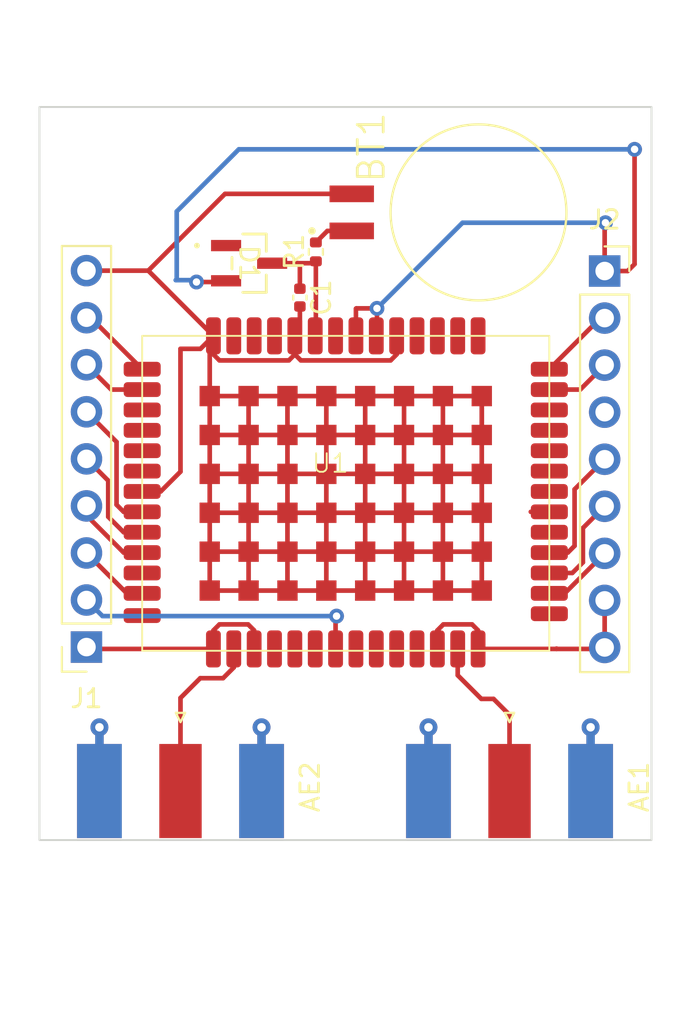
<source format=kicad_pcb>
(kicad_pcb (version 20221018) (generator pcbnew)
  (layers (0 "F.Cu" signal) (31 "B.Cu" signal) (34 "B.Paste" user) (35 "F.Paste" user) (36 "B.SilkS" user "B.Silkscreen") (37 "F.SilkS" user "F.Silkscreen") (38 "B.Mask" user) (39 "F.Mask" user) (44 "Edge.Cuts" user))
  (net 0 "")
  (net 1 "Net-(AE1-A)")
  (net 2 "Net-(AE2-A)")
  (net 3 "Net-(BT1-+)")
  (net 4 "Net-(D1-K)")
  (net 5 "GND")
  (net 6 "+3.3V")
  (net 7 "Net-(J1-Pin_2)")
  (net 8 "Net-(J1-Pin_3)")
  (net 9 "Net-(J1-Pin_4)")
  (net 10 "Net-(J1-Pin_5)")
  (net 11 "Net-(J1-Pin_6)")
  (net 12 "Net-(J1-Pin_7)")
  (net 13 "Net-(J1-Pin_8)")
  (net 14 "Net-(J2-Pin_2)")
  (net 15 "Net-(J2-Pin_3)")
  (net 16 "Net-(J2-Pin_4)")
  (net 17 "Net-(J2-Pin_5)")
  (net 18 "Net-(J2-Pin_6)")
  (net 19 "Net-(J2-Pin_7)")
  (footprint "Gps:SMA_Molex_73251-1153_EdgeMount_Horizontal" (layer "F.Cu") (at 121.92 111.05 90)
    (fp_text reference "AE2" (at -1.5 7 90) (layer "F.SilkS"))
    (fp_text value "Antenna")
    (fp_line (start 2 0) (end 2.5 -0.25) (stroke (width 0.12)) (layer "F.SilkS"))
    (fp_line (start 2.5 -0.25) (end 2.5 0.25) (stroke (width 0.12)) (layer "F.SilkS"))
    (fp_line (start 2.5 0.25) (end 2 0) (stroke (width 0.12)) (layer "F.SilkS"))
    (pad "1" smd rect (at -1.72 0 90) (size 5.08 2.29) (layers "F.Cu" "F.Paste" "F.Mask") (net 2 "Net-(AE2-A)"))
    (pad "2" smd rect (at -1.72 -4.38 90) (size 5.08 2.42) (layers "F.Cu" "F.Paste" "F.Mask"))
    (pad "2" smd rect (at -1.72 -4.38 90) (size 5.08 2.42) (layers "B.Cu" "B.Paste" "B.Mask"))
    (pad "2" smd rect (at -1.72 4.38 90) (size 5.08 2.42) (layers "F.Cu" "F.Paste" "F.Mask"))
    (pad "2" smd rect (at -1.72 4.38 90) (size 5.08 2.42) (layers "B.Cu" "B.Paste" "B.Mask"))
    (pad "2" smd rect (at 1.27 -4.38 90) (size 0.95 0.46) (layers "F.Cu"))
    (pad "2" smd rect (at 1.27 -4.38 90) (size 0.95 0.46) (layers "B.Cu"))
    (pad "2" smd rect (at 1.27 4.38 90) (size 0.95 0.46) (layers "F.Cu"))
    (pad "2" smd rect (at 1.27 4.38 90) (size 0.95 0.46) (layers "B.Cu"))
    (pad "2" thru_hole circle (at 1.72 -4.38 90) (size 0.97 0.97) (drill 0.46) (layers "*.Cu"))
    (pad "2" thru_hole circle (at 1.72 4.38 90) (size 0.97 0.97) (drill 0.46) (layers "*.Cu"))
  )
  (footprint "Gps:PX1172RH" (layer "F.Cu") (at 119.85 90)
    (fp_text reference "U1" (at 10.16 5.08 unlocked) (layer "F.SilkS") (effects (font (thickness 0.1))))
    (fp_text value "~")
    (fp_rect (start 0 -1.8) (end 22 15.2) (stroke (width 0.1)) (fill none) (layer "F.SilkS"))
    (pad "1" smd roundrect (at 3.85 15.1 90) (size 2 0.8) (layers "F.Cu" "F.Paste" "F.Mask") (net 5 "GND"))
    (pad "1$" smd rect (at 3.65 1.45) (size 1.1 1.1) (layers "F.Cu" "F.Paste" "F.Mask") (net 5 "GND"))
    (pad "2" smd roundrect (at 4.95 15.1 90) (size 2 0.8) (layers "F.Cu" "F.Paste" "F.Mask") (net 2 "Net-(AE2-A)"))
    (pad "2$" smd rect (at 5.75 1.45) (size 1.1 1.1) (layers "F.Cu" "F.Paste" "F.Mask"))
    (pad "3" smd roundrect (at 6.05 15.1 90) (size 2 0.8) (layers "F.Cu" "F.Paste" "F.Mask") (net 5 "GND"))
    (pad "3$" smd rect (at 7.85 1.45) (size 1.1 1.1) (layers "F.Cu" "F.Paste" "F.Mask"))
    (pad "4" smd roundrect (at 7.15 15.1 90) (size 2 0.8) (layers "F.Cu" "F.Paste" "F.Mask"))
    (pad "4$" smd rect (at 9.95 1.45) (size 1.1 1.1) (layers "F.Cu" "F.Paste" "F.Mask"))
    (pad "5" smd roundrect (at 8.25 15.1 90) (size 2 0.8) (layers "F.Cu" "F.Paste" "F.Mask"))
    (pad "5$" smd rect (at 12.05 1.45) (size 1.1 1.1) (layers "F.Cu" "F.Paste" "F.Mask"))
    (pad "6" smd roundrect (at 9.35 15.1 90) (size 2 0.8) (layers "F.Cu" "F.Paste" "F.Mask"))
    (pad "6$" smd rect (at 14.15 1.45) (size 1.1 1.1) (layers "F.Cu" "F.Paste" "F.Mask"))
    (pad "7" smd roundrect (at 10.45 15.1 90) (size 2 0.8) (layers "F.Cu" "F.Paste" "F.Mask") (net 7 "Net-(J1-Pin_2)"))
    (pad "7$" smd rect (at 16.25 1.45) (size 1.1 1.1) (layers "F.Cu" "F.Paste" "F.Mask"))
    (pad "8" smd roundrect (at 11.55 15.1 90) (size 2 0.8) (layers "F.Cu" "F.Paste" "F.Mask"))
    (pad "8$" smd rect (at 18.35 1.45) (size 1.1 1.1) (layers "F.Cu" "F.Paste" "F.Mask"))
    (pad "9" smd roundrect (at 12.65 15.1 90) (size 2 0.8) (layers "F.Cu" "F.Paste" "F.Mask"))
    (pad "9$" smd rect (at 3.65 3.55) (size 1.1 1.1) (layers "F.Cu" "F.Paste" "F.Mask"))
    (pad "10" smd roundrect (at 13.75 15.1 90) (size 2 0.8) (layers "F.Cu" "F.Paste" "F.Mask"))
    (pad "10$" smd rect (at 5.75 3.55) (size 1.1 1.1) (layers "F.Cu" "F.Paste" "F.Mask"))
    (pad "11" smd roundrect (at 14.85 15.1 90) (size 2 0.8) (layers "F.Cu" "F.Paste" "F.Mask"))
    (pad "11$" smd rect (at 7.85 3.55) (size 1.1 1.1) (layers "F.Cu" "F.Paste" "F.Mask"))
    (pad "12" smd roundrect (at 15.95 15.1 90) (size 2 0.8) (layers "F.Cu" "F.Paste" "F.Mask") (net 5 "GND"))
    (pad "12$" smd rect (at 9.95 3.55) (size 1.1 1.1) (layers "F.Cu" "F.Paste" "F.Mask"))
    (pad "13" smd roundrect (at 17.05 15.1 90) (size 2 0.8) (layers "F.Cu" "F.Paste" "F.Mask") (net 1 "Net-(AE1-A)"))
    (pad "13$" smd rect (at 12.05 3.55) (size 1.1 1.1) (layers "F.Cu" "F.Paste" "F.Mask"))
    (pad "14" smd roundrect (at 18.15 15.1 90) (size 2 0.8) (layers "F.Cu" "F.Paste" "F.Mask") (net 5 "GND"))
    (pad "14$" smd rect (at 14.15 3.55) (size 1.1 1.1) (layers "F.Cu" "F.Paste" "F.Mask"))
    (pad "15" smd roundrect (at 22 13.2) (size 2 0.8) (layers "F.Cu" "F.Paste" "F.Mask"))
    (pad "15$" smd rect (at 16.25 3.55) (size 1.1 1.1) (layers "F.Cu" "F.Paste" "F.Mask"))
    (pad "16" smd roundrect (at 22 12.1) (size 2 0.8) (layers "F.Cu" "F.Paste" "F.Mask") (net 19 "Net-(J2-Pin_7)"))
    (pad "16$" smd rect (at 18.35 3.55) (size 1.1 1.1) (layers "F.Cu" "F.Paste" "F.Mask"))
    (pad "17" smd roundrect (at 22 11) (size 2 0.8) (layers "F.Cu" "F.Paste" "F.Mask") (net 18 "Net-(J2-Pin_6)"))
    (pad "17$" smd rect (at 3.65 5.65) (size 1.1 1.1) (layers "F.Cu" "F.Paste" "F.Mask"))
    (pad "18" smd roundrect (at 22 9.9) (size 2 0.8) (layers "F.Cu" "F.Paste" "F.Mask") (net 17 "Net-(J2-Pin_5)"))
    (pad "18$" smd rect (at 5.75 5.65) (size 1.1 1.1) (layers "F.Cu" "F.Paste" "F.Mask"))
    (pad "19" smd roundrect (at 22 8.8) (size 2 0.8) (layers "F.Cu" "F.Paste" "F.Mask"))
    (pad "19$" smd rect (at 7.85 5.65) (size 1.1 1.1) (layers "F.Cu" "F.Paste" "F.Mask"))
    (pad "20" smd roundrect (at 22 7.7) (size 2 0.8) (layers "F.Cu" "F.Paste" "F.Mask") (net 16 "Net-(J2-Pin_4)"))
    (pad "20$" smd rect (at 9.95 5.65) (size 1.1 1.1) (layers "F.Cu" "F.Paste" "F.Mask"))
    (pad "21" smd roundrect (at 22 6.6) (size 2 0.8) (layers "F.Cu" "F.Paste" "F.Mask"))
    (pad "21$" smd rect (at 12.05 5.65) (size 1.1 1.1) (layers "F.Cu" "F.Paste" "F.Mask"))
    (pad "22" smd roundrect (at 22 5.5) (size 2 0.8) (layers "F.Cu" "F.Paste" "F.Mask"))
    (pad "22$" smd rect (at 14.15 5.65) (size 1.1 1.1) (layers "F.Cu" "F.Paste" "F.Mask"))
    (pad "23" smd roundrect (at 22 4.4) (size 2 0.8) (layers "F.Cu" "F.Paste" "F.Mask"))
    (pad "23$" smd rect (at 16.25 5.65) (size 1.1 1.1) (layers "F.Cu" "F.Paste" "F.Mask"))
    (pad "24" smd roundrect (at 22 3.3) (size 2 0.8) (layers "F.Cu" "F.Paste" "F.Mask"))
    (pad "24$" smd rect (at 18.35 5.65) (size 1.1 1.1) (layers "F.Cu" "F.Paste" "F.Mask"))
    (pad "25" smd roundrect (at 22 2.2) (size 2 0.8) (layers "F.Cu" "F.Mask"))
    (pad "25$" smd rect (at 3.65 7.75) (size 1.1 1.1) (layers "F.Cu" "F.Paste" "F.Mask"))
    (pad "26" smd roundrect (at 22 1.1) (size 2 0.8) (layers "F.Cu" "F.Paste" "F.Mask") (net 15 "Net-(J2-Pin_3)"))
    (pad "26$" smd rect (at 5.75 7.75) (size 1.1 1.1) (layers "F.Cu" "F.Paste" "F.Mask"))
    (pad "27" smd roundrect (at 22 0) (size 2 0.8) (layers "F.Cu" "F.Paste" "F.Mask") (net 14 "Net-(J2-Pin_2)"))
    (pad "27$" smd rect (at 7.85 7.75) (size 1.1 1.1) (layers "F.Cu" "F.Paste" "F.Mask"))
    (pad "28$" smd rect (at 9.95 7.75) (size 1.1 1.1) (layers "F.Cu" "F.Paste" "F.Mask"))
    (pad "29" smd roundrect (at 17.05 -1.8 90) (size 2 0.8) (layers "F.Cu" "F.Paste" "F.Mask"))
    (pad "29" smd roundrect (at 18.15 -1.8 90) (size 2 0.8) (layers "F.Cu" "F.Paste" "F.Mask"))
    (pad "29$" smd rect (at 12.05 7.75) (size 1.1 1.1) (layers "F.Cu" "F.Paste" "F.Mask"))
    (pad "30" smd roundrect (at 15.95 -1.8 90) (size 2 0.8) (layers "F.Cu" "F.Paste" "F.Mask"))
    (pad "30$" smd rect (at 14.15 7.75) (size 1.1 1.1) (layers "F.Cu" "F.Paste" "F.Mask"))
    (pad "31" smd roundrect (at 14.85 -1.8 90) (size 2 0.8) (layers "F.Cu" "F.Paste" "F.Mask"))
    (pad "31$" smd rect (at 16.25 7.75) (size 1.1 1.1) (layers "F.Cu" "F.Paste" "F.Mask"))
    (pad "32" smd roundrect (at 13.75 -1.8 90) (size 2 0.8) (layers "F.Cu" "F.Paste" "F.Mask") (net 5 "GND"))
    (pad "32$" smd rect (at 18.35 7.75) (size 1.1 1.1) (layers "F.Cu" "F.Paste" "F.Mask"))
    (pad "33" smd roundrect (at 12.65 -1.8 90) (size 2 0.8) (layers "F.Cu" "F.Paste" "F.Mask") (net 6 "+3.3V"))
    (pad "33$" smd rect (at 3.65 9.85) (size 1.1 1.1) (layers "F.Cu" "F.Paste" "F.Mask"))
    (pad "34" smd roundrect (at 11.55 -1.8 90) (size 2 0.8) (layers "F.Cu" "F.Paste" "F.Mask") (net 6 "+3.3V"))
    (pad "34$" smd rect (at 5.75 9.85) (size 1.1 1.1) (layers "F.Cu" "F.Paste" "F.Mask"))
    (pad "35" smd roundrect (at 10.45 -1.8 90) (size 2 0.8) (layers "F.Cu" "F.Paste" "F.Mask"))
    (pad "35$" smd rect (at 7.85 9.85) (size 1.1 1.1) (layers "F.Cu" "F.Paste" "F.Mask"))
    (pad "36" smd roundrect (at 9.35 -1.8 90) (size 2 0.8) (layers "F.Cu" "F.Paste" "F.Mask") (net 4 "Net-(D1-K)"))
    (pad "36$" smd rect (at 9.95 9.85) (size 1.1 1.1) (layers "F.Cu" "F.Paste" "F.Mask"))
    (pad "37" smd roundrect (at 8.25 -1.8 90) (size 2 0.8) (layers "F.Cu" "F.Paste" "F.Mask") (net 5 "GND"))
    (pad "37$" smd rect (at 12.05 9.85) (size 1.1 1.1) (layers "F.Cu" "F.Paste" "F.Mask"))
    (pad "38" smd roundrect (at 7.15 -1.8 90) (size 2 0.8) (layers "F.Cu" "F.Paste" "F.Mask"))
    (pad "38$" smd rect (at 14.15 9.85) (size 1.1 1.1) (layers "F.Cu" "F.Paste" "F.Mask"))
    (pad "39" smd roundrect (at 6.05 -1.8 90) (size 2 0.8) (layers "F.Cu" "F.Paste" "F.Mask"))
    (pad "39$" smd rect (at 16.25 9.85) (size 1.1 1.1) (layers "F.Cu" "F.Paste" "F.Mask"))
    (pad "40" smd roundrect (at 4.95 -1.8 90) (size 2 0.8) (layers "F.Cu" "F.Paste" "F.Mask"))
    (pad "40$" smd rect (at 18.35 9.85) (size 1.1 1.1) (layers "F.Cu" "F.Paste" "F.Mask"))
    (pad "41" smd roundrect (at 3.85 -1.8 90) (size 2 0.8) (layers "F.Cu" "F.Paste" "F.Mask") (net 5 "GND"))
    (pad "41$" smd rect (at 3.65 11.95) (size 1.1 1.1) (layers "F.Cu" "F.Paste" "F.Mask"))
    (pad "42" smd roundrect (at 0 0) (size 2 0.8) (layers "F.Cu" "F.Paste" "F.Mask") (net 13 "Net-(J1-Pin_8)"))
    (pad "42$" smd rect (at 5.75 11.95) (size 1.1 1.1) (layers "F.Cu" "F.Paste" "F.Mask"))
    (pad "43" smd roundrect (at 0 1.1) (size 2 0.8) (layers "F.Cu" "F.Paste" "F.Mask") (net 12 "Net-(J1-Pin_7)"))
    (pad "43$" smd rect (at 7.85 11.95) (size 1.1 1.1) (layers "F.Cu" "F.Paste" "F.Mask"))
    (pad "44" smd roundrect (at 0 2.2) (size 2 0.8) (layers "F.Cu" "F.Paste" "F.Mask"))
    (pad "44$" smd rect (at 9.95 11.95) (size 1.1 1.1) (layers "F.Cu" "F.Paste" "F.Mask"))
    (pad "45" smd roundrect (at 0 3.3) (size 2 0.8) (layers "F.Cu" "F.Paste" "F.Mask"))
    (pad "45$" smd rect (at 12.05 11.95) (size 1.1 1.1) (layers "F.Cu" "F.Paste" "F.Mask"))
    (pad "46" smd roundrect (at 0 4.4) (size 2 0.8) (layers "F.Cu" "F.Paste" "F.Mask"))
    (pad "46$" smd rect (at 14.15 11.95) (size 1.1 1.1) (layers "F.Cu" "F.Paste" "F.Mask"))
    (pad "47" smd roundrect (at 0 5.5) (size 2 0.8) (layers "F.Cu" "F.Paste" "F.Mask"))
    (pad "47$" smd rect (at 16.25 11.95) (size 1.1 1.1) (layers "F.Cu" "F.Paste" "F.Mask"))
    (pad "48" smd roundrect (at 0 6.6) (size 2 0.8) (layers "F.Cu" "F.Paste" "F.Mask") (net 5 "GND"))
    (pad "48$" smd rect (at 18.35 11.95) (size 1.1 1.1) (layers "F.Cu" "F.Paste" "F.Mask"))
    (pad "49" smd roundrect (at 0 7.7) (size 2 0.8) (layers "F.Cu" "F.Paste" "F.Mask") (net 11 "Net-(J1-Pin_6)"))
    (pad "50" smd roundrect (at 0 8.8) (size 2 0.8) (layers "F.Cu" "F.Paste" "F.Mask") (net 10 "Net-(J1-Pin_5)"))
    (pad "51" smd roundrect (at 0 9.9) (size 2 0.8) (layers "F.Cu" "F.Paste" "F.Mask") (net 9 "Net-(J1-Pin_4)"))
    (pad "52" smd roundrect (at 0 11) (size 2 0.8) (layers "F.Cu" "F.Paste" "F.Mask"))
    (pad "53" smd roundrect (at 0 12.1) (size 2 0.8) (layers "F.Cu" "F.Paste" "F.Mask") (net 8 "Net-(J1-Pin_3)"))
    (pad "54" smd roundrect (at 0 13.3) (size 2 0.8) (layers "F.Cu" "F.Paste" "F.Mask"))
  )
  (footprint "Gps:R_0402_1005Metric" (layer "F.Cu") (at 129.2352 83.6656 90)
    (fp_text reference "R1" (at 0 -1.17 90) (layer "F.SilkS"))
    (fp_text value "390")
    (fp_line (start -0.153641 -0.38) (end 0.153641 -0.38) (stroke (width 0.12)) (layer "F.SilkS"))
    (fp_line (start -0.153641 0.38) (end 0.153641 0.38) (stroke (width 0.12)) (layer "F.SilkS"))
    (pad "1" smd roundrect (at -0.51 0 90) (size 0.54 0.64) (layers "F.Cu" "F.Paste" "F.Mask") (net 4 "Net-(D1-K)"))
    (pad "2" smd roundrect (at 0.51 0 90) (size 0.54 0.64) (layers "F.Cu" "F.Paste" "F.Mask") (net 3 "Net-(BT1-+)"))
  )
  (footprint "Gps:C_0402_1005Metric" (layer "F.Cu") (at 128.3716 86.134 -90)
    (fp_text reference "C1" (at 0 -1.16 90) (layer "F.SilkS"))
    (fp_text value "1nF")
    (fp_line (start -0.107836 -0.36) (end 0.107836 -0.36) (stroke (width 0.12)) (layer "F.SilkS"))
    (fp_line (start -0.107836 0.36) (end 0.107836 0.36) (stroke (width 0.12)) (layer "F.SilkS"))
    (pad "1" smd roundrect (at -0.48 0 270) (size 0.56 0.62) (layers "F.Cu" "F.Paste" "F.Mask") (net 4 "Net-(D1-K)"))
    (pad "2" smd roundrect (at 0.48 0 270) (size 0.56 0.62) (layers "F.Cu" "F.Paste" "F.Mask") (net 5 "GND"))
  )
  (footprint "Gps:PinSocket_1x09_P2.54mm_Vertical" (layer "F.Cu") (at 144.84 84.7)
    (fp_text reference "J2" (at 0 -2.77) (layer "F.SilkS"))
    (fp_text value "Conn_01x09")
    (fp_line (start -1.33 1.27) (end -1.33 21.65) (stroke (width 0.12)) (layer "F.SilkS"))
    (fp_line (start -1.33 1.27) (end 1.33 1.27) (stroke (width 0.12)) (layer "F.SilkS"))
    (fp_line (start -1.33 21.65) (end 1.33 21.65) (stroke (width 0.12)) (layer "F.SilkS"))
    (fp_line (start 0 -1.33) (end 1.33 -1.33) (stroke (width 0.12)) (layer "F.SilkS"))
    (fp_line (start 1.33 -1.33) (end 1.33 0) (stroke (width 0.12)) (layer "F.SilkS"))
    (fp_line (start 1.33 1.27) (end 1.33 21.65) (stroke (width 0.12)) (layer "F.SilkS"))
    (pad "1" thru_hole rect (at 0 0) (size 1.7 1.7) (drill 1) (layers "*.Cu" "*.Mask") (net 6 "+3.3V"))
    (pad "2" thru_hole oval (at 0 2.54) (size 1.7 1.7) (drill 1) (layers "*.Cu" "*.Mask") (net 14 "Net-(J2-Pin_2)"))
    (pad "3" thru_hole oval (at 0 5.08) (size 1.7 1.7) (drill 1) (layers "*.Cu" "*.Mask") (net 15 "Net-(J2-Pin_3)"))
    (pad "4" thru_hole oval (at 0 7.62) (size 1.7 1.7) (drill 1) (layers "*.Cu" "*.Mask") (net 16 "Net-(J2-Pin_4)"))
    (pad "5" thru_hole oval (at 0 10.16) (size 1.7 1.7) (drill 1) (layers "*.Cu" "*.Mask") (net 17 "Net-(J2-Pin_5)"))
    (pad "6" thru_hole oval (at 0 12.7) (size 1.7 1.7) (drill 1) (layers "*.Cu" "*.Mask") (net 18 "Net-(J2-Pin_6)"))
    (pad "7" thru_hole oval (at 0 15.24) (size 1.7 1.7) (drill 1) (layers "*.Cu" "*.Mask") (net 19 "Net-(J2-Pin_7)"))
    (pad "8" thru_hole oval (at 0 17.78) (size 1.7 1.7) (drill 1) (layers "*.Cu" "*.Mask") (net 5 "GND"))
    (pad "9" thru_hole oval (at 0 20.32) (size 1.7 1.7) (drill 1) (layers "*.Cu" "*.Mask") (net 5 "GND"))
  )
  (footprint "Gps:PinSocket_1x09_P2.54mm_Vertical" (layer "F.Cu") (at 116.84 105 180)
    (fp_text reference "J1" (at 0 -2.77) (layer "F.SilkS"))
    (fp_text value "Conn_01x09")
    (fp_line (start -1.33 1.27) (end -1.33 21.65) (stroke (width 0.12)) (layer "F.SilkS"))
    (fp_line (start -1.33 1.27) (end 1.33 1.27) (stroke (width 0.12)) (layer "F.SilkS"))
    (fp_line (start -1.33 21.65) (end 1.33 21.65) (stroke (width 0.12)) (layer "F.SilkS"))
    (fp_line (start 0 -1.33) (end 1.33 -1.33) (stroke (width 0.12)) (layer "F.SilkS"))
    (fp_line (start 1.33 -1.33) (end 1.33 0) (stroke (width 0.12)) (layer "F.SilkS"))
    (fp_line (start 1.33 1.27) (end 1.33 21.65) (stroke (width 0.12)) (layer "F.SilkS"))
    (pad "1" thru_hole rect (at 0 0 180) (size 1.7 1.7) (drill 1) (layers "*.Cu" "*.Mask") (net 5 "GND"))
    (pad "2" thru_hole oval (at 0 2.54 180) (size 1.7 1.7) (drill 1) (layers "*.Cu" "*.Mask") (net 7 "Net-(J1-Pin_2)"))
    (pad "3" thru_hole oval (at 0 5.08 180) (size 1.7 1.7) (drill 1) (layers "*.Cu" "*.Mask") (net 8 "Net-(J1-Pin_3)"))
    (pad "4" thru_hole oval (at 0 7.62 180) (size 1.7 1.7) (drill 1) (layers "*.Cu" "*.Mask") (net 9 "Net-(J1-Pin_4)"))
    (pad "5" thru_hole oval (at 0 10.16 180) (size 1.7 1.7) (drill 1) (layers "*.Cu" "*.Mask") (net 10 "Net-(J1-Pin_5)"))
    (pad "6" thru_hole oval (at 0 12.7 180) (size 1.7 1.7) (drill 1) (layers "*.Cu" "*.Mask") (net 11 "Net-(J1-Pin_6)"))
    (pad "7" thru_hole oval (at 0 15.24 180) (size 1.7 1.7) (drill 1) (layers "*.Cu" "*.Mask") (net 12 "Net-(J1-Pin_7)"))
    (pad "8" thru_hole oval (at 0 17.78 180) (size 1.7 1.7) (drill 1) (layers "*.Cu" "*.Mask") (net 13 "Net-(J1-Pin_8)"))
    (pad "9" thru_hole oval (at 0 20.32 180) (size 1.7 1.7) (drill 1) (layers "*.Cu" "*.Mask") (net 5 "GND"))
  )
  (footprint "Gps:DIO_RB400DFH_ROM-M" (layer "F.Cu") (at 125.6284 84.2772 -90)
    (fp_text reference "D1" (at 0 0 -90 unlocked) (layer "F.SilkS"))
    (fp_text value "D_Zener")
    (fp_line (start -1.5748 -0.9271) (end -1.5748 0.340606) (stroke (width 0.1524)) (layer "F.SilkS"))
    (fp_line (start -0.63754 -0.9271) (end -1.5748 -0.9271) (stroke (width 0.1524)) (layer "F.SilkS"))
    (fp_line (start -0.312461 0.9271) (end 0.312461 0.9271) (stroke (width 0.1524)) (layer "F.SilkS"))
    (fp_line (start 1.5748 -0.9271) (end 0.63754 -0.9271) (stroke (width 0.1524)) (layer "F.SilkS"))
    (fp_line (start 1.5748 0.340606) (end 1.5748 -0.9271) (stroke (width 0.1524)) (layer "F.SilkS"))
    (fp_circle (center -0.95 2.8194) (end -0.8738 2.8194) (stroke (width 0.1524)) (fill none) (layer "F.SilkS"))
    (pad "1" smd rect (at -0.950001 1.2446 270) (size 0.6096 1.6256) (layers "F.Cu" "F.Paste" "F.Mask"))
    (pad "2" smd rect (at 0.950001 1.2446 270) (size 0.6096 1.6256) (layers "F.Cu" "F.Paste" "F.Mask") (net 6 "+3.3V"))
    (pad "3" smd rect (at 0 -1.2446 270) (size 0.6096 1.6256) (layers "F.Cu" "F.Paste" "F.Mask") (net 4 "Net-(D1-K)"))
  )
  (footprint "Gps:SMA_Molex_73251-1153_EdgeMount_Horizontal" (layer "F.Cu") (at 139.7 111.05 90)
    (fp_text reference "AE1" (at -1.5 7 90) (layer "F.SilkS"))
    (fp_text value "Antenna")
    (fp_line (start 2 0) (end 2.5 -0.25) (stroke (width 0.12)) (layer "F.SilkS"))
    (fp_line (start 2.5 -0.25) (end 2.5 0.25) (stroke (width 0.12)) (layer "F.SilkS"))
    (fp_line (start 2.5 0.25) (end 2 0) (stroke (width 0.12)) (layer "F.SilkS"))
    (pad "1" smd rect (at -1.72 0 90) (size 5.08 2.29) (layers "F.Cu" "F.Paste" "F.Mask") (net 1 "Net-(AE1-A)"))
    (pad "2" smd rect (at -1.72 -4.38 90) (size 5.08 2.42) (layers "F.Cu" "F.Paste" "F.Mask"))
    (pad "2" smd rect (at -1.72 -4.38 90) (size 5.08 2.42) (layers "B.Cu" "B.Paste" "B.Mask"))
    (pad "2" smd rect (at -1.72 4.38 90) (size 5.08 2.42) (layers "F.Cu" "F.Paste" "F.Mask"))
    (pad "2" smd rect (at -1.72 4.38 90) (size 5.08 2.42) (layers "B.Cu" "B.Paste" "B.Mask"))
    (pad "2" smd rect (at 1.27 -4.38 90) (size 0.95 0.46) (layers "F.Cu"))
    (pad "2" smd rect (at 1.27 -4.38 90) (size 0.95 0.46) (layers "B.Cu"))
    (pad "2" smd rect (at 1.27 4.38 90) (size 0.95 0.46) (layers "F.Cu"))
    (pad "2" smd rect (at 1.27 4.38 90) (size 0.95 0.46) (layers "B.Cu"))
    (pad "2" thru_hole circle (at 1.72 -4.38 90) (size 0.97 0.97) (drill 0.46) (layers "*.Cu"))
    (pad "2" thru_hole circle (at 1.72 4.38 90) (size 0.97 0.97) (drill 0.46) (layers "*.Cu"))
  )
  (footprint "Gps:BAT_MS920SE-FL27E" (layer "F.Cu") (at 138.0236 81.534 90)
    (fp_text reference "BT1" (at 3.5052 -5.7912 90) (layer "F.SilkS") (effects (font (size 1.4 1.4))))
    (fp_text value "3V")
    (fp_circle (center -1 -9) (end -0.9 -9) (stroke (width 0.2)) (fill none) (layer "F.SilkS"))
    (fp_circle (center 0 0) (end 4.75 0) (stroke (width 0.127)) (fill none) (layer "F.SilkS"))
    (pad "N" smd rect (at 1 -6.85 180) (size 2.4 0.9) (layers "F.Cu" "F.Paste" "F.Mask") (net 5 "GND"))
    (pad "P" smd rect (at -1 -6.85 180) (size 2.4 0.9) (layers "F.Cu" "F.Paste" "F.Mask") (net 3 "Net-(BT1-+)"))
  )
  (gr_rect (start 114.3 75.8444) (end 147.3708 115.4176) (stroke (width 0.1)) (fill none) (layer "Edge.Cuts"))
  (segment (start 138.8364 107.7976) (end 139.7 108.6612) (width 0.25) (layer "F.Cu") (net 1))
  (segment (start 136.9 105.1) (end 136.9 106.5216) (width 0.25) (layer "F.Cu") (net 1))
  (segment (start 139.7 108.6612) (end 139.7 112.77) (width 0.25) (layer "F.Cu") (net 1))
  (segment (start 136.9 106.5216) (end 138.176 107.7976) (width 0.25) (layer "F.Cu") (net 1))
  (segment (start 138.176 107.7976) (end 138.8364 107.7976) (width 0.25) (layer "F.Cu") (net 1))
  (segment (start 124.22 106.68) (end 122.9868 106.68) (width 0.25) (layer "F.Cu") (net 2))
  (segment (start 122.9868 106.68) (end 121.92 107.7468) (width 0.25) (layer "F.Cu") (net 2))
  (segment (start 124.8 106.1) (end 124.22 106.68) (width 0.25) (layer "F.Cu") (net 2))
  (segment (start 124.8 105.1) (end 124.8 106.1) (width 0.25) (layer "F.Cu") (net 2))
  (segment (start 121.92 107.7468) (end 121.92 112.77) (width 0.25) (layer "F.Cu") (net 2))
  (segment (start 131.1736 82.534) (end 129.8568 82.534) (width 0.25) (layer "F.Cu") (net 3))
  (segment (start 129.8568 82.534) (end 129.2352 83.1556) (width 0.25) (layer "F.Cu") (net 3))
  (segment (start 129.1336 84.2772) (end 129.2352 84.1756) (width 0.25) (layer "F.Cu") (net 4))
  (segment (start 128.27 84.2772) (end 129.1336 84.2772) (width 0.25) (layer "F.Cu") (net 4))
  (segment (start 128.3716 85.654) (end 128.3716 84.3788) (width 0.25) (layer "F.Cu") (net 4))
  (segment (start 128.3716 84.3788) (end 128.27 84.2772) (width 0.25) (layer "F.Cu") (net 4))
  (segment (start 129.2352 88.1648) (end 129.2 88.2) (width 0.25) (layer "F.Cu") (net 4))
  (segment (start 126.873 84.2772) (end 128.27 84.2772) (width 0.25) (layer "F.Cu") (net 4))
  (segment (start 129.2352 84.1756) (end 129.2352 88.1648) (width 0.25) (layer "F.Cu") (net 4))
  (segment (start 125.6 91.45) (end 127.7 91.45) (width 0.25) (layer "F.Cu") (net 5))
  (segment (start 123.7 105.1) (end 116.94 105.1) (width 0.25) (layer "F.Cu") (net 5))
  (segment (start 125.6 91.45) (end 125.6 101.95) (width 0.25) (layer "F.Cu") (net 5))
  (segment (start 137.675 103.775) (end 136.125 103.775) (width 0.25) (layer "F.Cu") (net 5))
  (segment (start 138 104.1) (end 137.675 103.775) (width 0.25) (layer "F.Cu") (net 5))
  (segment (start 123.7 105.1) (end 123.7 104.1) (width 0.25) (layer "F.Cu") (net 5))
  (segment (start 127.7 91.45) (end 129.8 91.45) (width 0.25) (layer "F.Cu") (net 5))
  (segment (start 120.18 84.68) (end 116.84 84.68) (width 0.25) (layer "F.Cu") (net 5))
  (segment (start 142.24 105.1) (end 142.24 105.08) (width 0.25) (layer "F.Cu") (net 5))
  (segment (start 123.5 97.75) (end 123.5 99.85) (width 0.25) (layer "F.Cu") (net 5))
  (segment (start 123.5 101.95) (end 123.5 99.85) (width 0.25) (layer "F.Cu") (net 5))
  (segment (start 138.2 95.65) (end 138.2 97.75) (width 0.25) (layer "F.Cu") (net 5))
  (segment (start 128.1 89.2) (end 128.425 89.525) (width 0.25) (layer "F.Cu") (net 5))
  (segment (start 138.2 101.95) (end 123.5 101.95) (width 0.25) (layer "F.Cu") (net 5))
  (segment (start 128.1 89.2) (end 127.775 89.525) (width 0.25) (layer "F.Cu") (net 5))
  (segment (start 123.7 104.1) (end 124.025 103.775) (width 0.25) (layer "F.Cu") (net 5))
  (segment (start 128.3716 86.614) (end 128.3716 87.9284) (width 0.25) (layer "F.Cu") (net 5))
  (segment (start 134 91.45) (end 136.1 91.45) (width 0.25) (layer "F.Cu") (net 5))
  (segment (start 135.8 105.1) (end 135.8 104.1) (width 0.25) (layer "F.Cu") (net 5))
  (segment (start 127.775 89.525) (end 124.025 89.525) (width 0.25) (layer "F.Cu") (net 5))
  (segment (start 127.7 91.45) (end 127.7 101.95) (width 0.25) (layer "F.Cu") (net 5))
  (segment (start 144.84 105.02) (end 144.84 102.48) (width 0.25) (layer "F.Cu") (net 5))
  (segment (start 144.76 105.1) (end 144.84 105.02) (width 0.25) (layer "F.Cu") (net 5))
  (segment (start 138.2 99.85) (end 138.2 101.95) (width 0.25) (layer "F.Cu") (net 5))
  (segment (start 131.9 91.45) (end 131.9 101.95) (width 0.25) (layer "F.Cu") (net 5))
  (segment (start 123.5 95.65) (end 138.2 95.65) (width 0.25) (layer "F.Cu") (net 5))
  (segment (start 128.425 89.525) (end 133.275 89.525) (width 0.25) (layer "F.Cu") (net 5))
  (segment (start 129.8 91.45) (end 129.8 101.95) (width 0.25) (layer "F.Cu") (net 5))
  (segment (start 138.2 97.75) (end 123.5 97.75) (width 0.25) (layer "F.Cu") (net 5))
  (segment (start 124.025 89.525) (end 123.7 89.2) (width 0.25) (layer "F.Cu") (net 5))
  (segment (start 121.92 88.9) (end 123 88.9) (width 0.25) (layer "F.Cu") (net 5))
  (segment (start 124.326 80.534) (end 120.18 84.68) (width 0.25) (layer "F.Cu") (net 5))
  (segment (start 125.575 103.775) (end 125.9 104.1) (width 0.25) (layer "F.Cu") (net 5))
  (segment (start 123.5 88.4) (end 123.7 88.2) (width 0.25) (layer "F.Cu") (net 5))
  (segment (start 123.5 99.85) (end 138.2 99.85) (width 0.25) (layer "F.Cu") (net 5))
  (segment (start 138 105.1) (end 138 104.1) (width 0.25) (layer "F.Cu") (net 5))
  (segment (start 123.5 91.45) (end 123.5 93.55) (width 0.25) (layer "F.Cu") (net 5))
  (segment (start 116.94 105.1) (end 116.84 105) (width 0.25) (layer "F.Cu") (net 5))
  (segment (start 119.85 96.6) (end 120.85 96.6) (width 0.25) (layer "F.Cu") (net 5))
  (segment (start 128.3716 87.9284) (end 128.1 88.2) (width 0.25) (layer "F.Cu") (net 5))
  (segment (start 123.5 91.45) (end 123.5 88.4) (width 0.25) (layer "F.Cu") (net 5))
  (segment (start 136.1 91.45) (end 136.1 101.95) (width 0.25) (layer "F.Cu") (net 5))
  (segment (start 138.2 91.45) (end 138.2 93.55) (width 0.25) (layer "F.Cu") (net 5))
  (segment (start 131.9 91.45) (end 134 91.45) (width 0.25) (layer "F.Cu") (net 5))
  (segment (start 138.2 91.45) (end 138.2 101.95) (width 0.25) (layer "F.Cu") (net 5))
  (segment (start 123.5 91.45) (end 125.6 91.45) (width 0.25) (layer "F.Cu") (net 5))
  (segment (start 133.275 89.525) (end 133.6 89.2) (width 0.25) (layer "F.Cu") (net 5))
  (segment (start 133.6 89.2) (end 133.6 88.2) (width 0.25) (layer "F.Cu") (net 5))
  (segment (start 131.0212 80.534) (end 124.326 80.534) (width 0.25) (layer "F.Cu") (net 5))
  (segment (start 136.1 91.45) (end 138.2 91.45) (width 0.25) (layer "F.Cu") (net 5))
  (segment (start 123 88.9) (end 123.7 88.2) (width 0.25) (layer "F.Cu") (net 5))
  (segment (start 138 105.1) (end 142.24 105.1) (width 0.25) (layer "F.Cu") (net 5))
  (segment (start 128.1 88.2) (end 128.1 89.2) (width 0.25) (layer "F.Cu") (net 5))
  (segment (start 134 91.45) (end 134 101.95) (width 0.25) (layer "F.Cu") (net 5))
  (segment (start 129.8 91.45) (end 131.9 91.45) (width 0.25) (layer "F.Cu") (net 5))
  (segment (start 121.92 95.53) (end 121.92 88.9) (width 0.25) (layer "F.Cu") (net 5))
  (segment (start 142.24 105.1) (end 144.76 105.1) (width 0.25) (layer "F.Cu") (net 5))
  (segment (start 123.5 93.55) (end 123.5 95.65) (width 0.25) (layer "F.Cu") (net 5))
  (segment (start 120.85 96.6) (end 121.92 95.53) (width 0.25) (layer "F.Cu") (net 5))
  (segment (start 125.9 104.1) (end 125.9 105.1) (width 0.25) (layer "F.Cu") (net 5))
  (segment (start 123.7 89.2) (end 123.7 88.2) (width 0.25) (layer "F.Cu") (net 5))
  (segment (start 136.125 103.775) (end 135.8 104.1) (width 0.25) (layer "F.Cu") (net 5))
  (segment (start 123.7 88.2) (end 120.18 84.68) (width 0.25) (layer "F.Cu") (net 5))
  (segment (start 124.025 103.775) (end 125.575 103.775) (width 0.25) (layer "F.Cu") (net 5))
  (segment (start 123.5 95.65) (end 123.5 97.75) (width 0.25) (layer "F.Cu") (net 5))
  (segment (start 138.2 93.55) (end 123.5 93.55) (width 0.25) (layer "F.Cu") (net 5))
  (segment (start 132.5372 86.7156) (end 131.4196 86.7156) (width 0.25) (layer "F.Cu") (net 6))
  (segment (start 144.84 84.7) (end 144.84 82.1344) (width 0.25) (layer "F.Cu") (net 6))
  (segment (start 124.317801 85.2932) (end 124.3838 85.227201) (width 0.25) (layer "F.Cu") (net 6))
  (segment (start 131.4 86.7352) (end 131.4 88.2) (width 0.25) (layer "F.Cu") (net 6))
  (segment (start 144.84 84.7) (end 146.0844 84.7) (width 0.25) (layer "F.Cu") (net 6))
  (segment (start 131.4196 86.7156) (end 131.4 86.7352) (width 0.25) (layer "F.Cu") (net 6))
  (segment (start 132.5372 88.1628) (end 132.5 88.2) (width 0.25) (layer "F.Cu") (net 6))
  (segment (start 146.0844 84.7) (end 146.4564 84.328) (width 0.25) (layer "F.Cu") (net 6))
  (segment (start 122.7836 85.2932) (end 124.317801 85.2932) (width 0.25) (layer "F.Cu") (net 6))
  (segment (start 132.5372 86.7156) (end 132.5372 88.1628) (width 0.25) (layer "F.Cu") (net 6))
  (segment (start 146.4564 84.328) (end 146.4564 78.1304) (width 0.25) (layer "F.Cu") (net 6))
  (segment (start 144.84 82.1344) (end 144.8816 82.0928) (width 0.25) (layer "F.Cu") (net 6))
  (via (at 144.8816 82.0928) (size 0.8) (drill 0.4) (layers "F.Cu" "B.Cu") (net 6))
  (via (at 122.7836 85.2932) (size 0.8) (drill 0.4) (layers "F.Cu" "B.Cu") (net 6))
  (via (at 146.4564 78.1304) (size 0.8) (drill 0.4) (layers "F.Cu" "B.Cu") (net 6))
  (via (at 132.5372 86.7156) (size 0.8) (drill 0.4) (layers "F.Cu" "B.Cu") (net 6))
  (segment (start 125.0696 78.1304) (end 121.7168 81.4832) (width 0.25) (layer "B.Cu") (net 6))
  (segment (start 121.7168 85.1408) (end 121.666 85.1916) (width 0.25) (layer "B.Cu") (net 6))
  (segment (start 121.7168 81.4832) (end 121.7168 85.1408) (width 0.25) (layer "B.Cu") (net 6))
  (segment (start 121.666 85.1916) (end 122.682 85.1916) (width 0.25) (layer "B.Cu") (net 6))
  (segment (start 137.16 82.0928) (end 132.5372 86.7156) (width 0.25) (layer "B.Cu") (net 6))
  (segment (start 122.682 85.1916) (end 122.7836 85.2932) (width 0.25) (layer "B.Cu") (net 6))
  (segment (start 146.4564 78.1304) (end 125.0696 78.1304) (width 0.25) (layer "B.Cu") (net 6))
  (segment (start 144.8816 82.0928) (end 137.16 82.0928) (width 0.25) (layer "B.Cu") (net 6))
  (segment (start 130.3 105.1) (end 130.3 103.38) (width 0.25) (layer "F.Cu") (net 7))
  (segment (start 130.3 103.38) (end 130.3528 103.3272) (width 0.25) (layer "F.Cu") (net 7))
  (via (at 130.3528 103.3272) (size 0.8) (drill 0.4) (layers "F.Cu" "B.Cu") (net 7))
  (segment (start 117.7072 103.3272) (end 116.84 102.46) (width 0.25) (layer "B.Cu") (net 7))
  (segment (start 130.3528 103.3272) (end 117.7072 103.3272) (width 0.25) (layer "B.Cu") (net 7))
  (segment (start 119.85 102.1) (end 119.02 102.1) (width 0.25) (layer "F.Cu") (net 8))
  (segment (start 119.02 102.1) (end 116.84 99.92) (width 0.25) (layer "F.Cu") (net 8))
  (segment (start 118.85 99.9) (end 116.84 97.89) (width 0.25) (layer "F.Cu") (net 9))
  (segment (start 119.85 99.9) (end 118.85 99.9) (width 0.25) (layer "F.Cu") (net 9))
  (segment (start 116.84 97.89) (end 116.84 97.38) (width 0.25) (layer "F.Cu") (net 9))
  (segment (start 118.015 96.015) (end 116.84 94.84) (width 0.25) (layer "F.Cu") (net 10))
  (segment (start 118.015 97.965) (end 118.015 96.015) (width 0.25) (layer "F.Cu") (net 10))
  (segment (start 119.85 98.8) (end 118.85 98.8) (width 0.25) (layer "F.Cu") (net 10))
  (segment (start 118.85 98.8) (end 118.015 97.965) (width 0.25) (layer "F.Cu") (net 10))
  (segment (start 119.85 97.7) (end 118.85 97.7) (width 0.25) (layer "F.Cu") (net 11))
  (segment (start 118.85 97.7) (end 118.465 97.315) (width 0.25) (layer "F.Cu") (net 11))
  (segment (start 118.465 93.925) (end 116.84 92.3) (width 0.25) (layer "F.Cu") (net 11))
  (segment (start 118.465 97.315) (end 118.465 93.925) (width 0.25) (layer "F.Cu") (net 11))
  (segment (start 119.85 91.1) (end 118.18 91.1) (width 0.25) (layer "F.Cu") (net 12))
  (segment (start 118.18 91.1) (end 116.84 89.76) (width 0.25) (layer "F.Cu") (net 12))
  (segment (start 119.85 90) (end 117.07 87.22) (width 0.25) (layer "F.Cu") (net 13))
  (segment (start 117.07 87.22) (end 116.84 87.22) (width 0.25) (layer "F.Cu") (net 13))
  (segment (start 141.85 90) (end 144.61 87.24) (width 0.25) (layer "F.Cu") (net 14))
  (segment (start 144.61 87.24) (end 144.84 87.24) (width 0.25) (layer "F.Cu") (net 14))
  (segment (start 143.52 91.1) (end 144.84 89.78) (width 0.25) (layer "F.Cu") (net 15))
  (segment (start 141.85 91.1) (end 143.52 91.1) (width 0.25) (layer "F.Cu") (net 15))
  (segment (start 141.85 97.7) (end 140.85 97.7) (width 0.25) (layer "F.Cu") (net 16))
  (segment (start 143.215 99.535) (end 143.215 96.485) (width 0.25) (layer "F.Cu") (net 17))
  (segment (start 143.215 96.485) (end 144.84 94.86) (width 0.25) (layer "F.Cu") (net 17))
  (segment (start 142.85 99.9) (end 143.215 99.535) (width 0.25) (layer "F.Cu") (net 17))
  (segment (start 141.85 99.9) (end 142.85 99.9) (width 0.25) (layer "F.Cu") (net 17))
  (segment (start 141.85 101) (end 143.091701 101) (width 0.25) (layer "F.Cu") (net 18))
  (segment (start 143.091701 101) (end 143.665 100.426701) (width 0.25) (layer "F.Cu") (net 18))
  (segment (start 143.665 100.426701) (end 143.665 98.575) (width 0.25) (layer "F.Cu") (net 18))
  (segment (start 143.665 98.575) (end 144.84 97.4) (width 0.25) (layer "F.Cu") (net 18))
  (segment (start 142.68 102.1) (end 144.84 99.94) (width 0.25) (layer "F.Cu") (net 19))
  (segment (start 141.85 102.1) (end 142.68 102.1) (width 0.25) (layer "F.Cu") (net 19))
)
</source>
